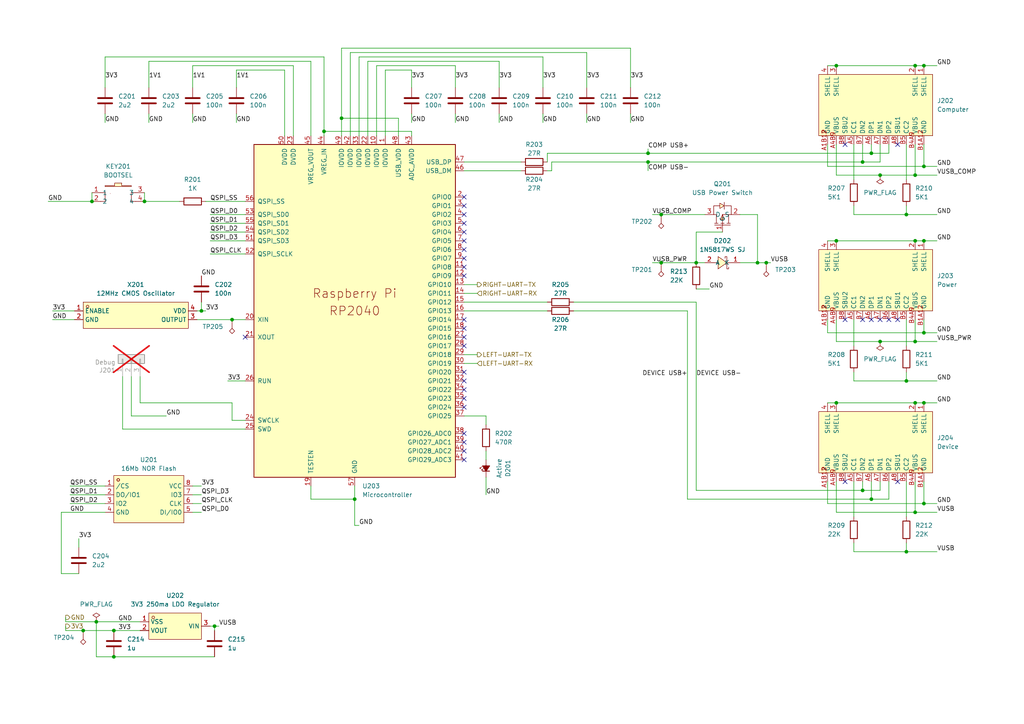
<source format=kicad_sch>
(kicad_sch (version 20230121) (generator eeschema)
  (paper "A4")
  (title_block (title "DeskHop-C - Fast K/M Switching Device (JLCPCB build)") (date "2024-03-22") (rev "v1-jlcpcb") (company "Hrvoje Čavrak and Kevin P. Fleming") (comment 1 "License: GPL-3.0-only"))
  (lib_symbols
    (symbol "Connector:TestPoint_Alt" (pin_numbers hide) (pin_names (offset 0.762) hide)
      (property "Reference" "TP" (at 0 6.858 0))
      (property "Value" "TestPoint_Alt" (at 0 5.08 0))
      (symbol "TestPoint_Alt_0_1"
        (polyline (pts (xy 0 2.54) (xy -0.762 3.302) (xy 0 4.064) (xy 0.762 3.302) (xy 0 2.54)))
      )
      (symbol "TestPoint_Alt_1_1"
        (pin passive line (at 0 0 90) (length 2.54) (name "1") (number "1"))
      )
    )
    (symbol "Connector_Generic:Conn_01x03" (pin_names (offset 1.016) hide)
      (property "Reference" "J" (at 0 5.08 0))
      (property "Value" "Conn_01x03" (at 0 -5.08 0))
      (symbol "Conn_01x03_1_1"
        (rectangle (start -1.27 -2.413) (end 0 -2.667) (stroke (width 0.1524)))
        (rectangle (start -1.27 0.127) (end 0 -0.127) (stroke (width 0.1524)))
        (rectangle (start -1.27 2.667) (end 0 2.413) (stroke (width 0.1524)))
        (rectangle (start -1.27 3.81) (end 1.27 -3.81) (stroke (width 0.254)) (fill (type background)))
        (pin passive line (at -5.08 2.54 0) (length 3.81) (name "Pin_1") (number "1"))
        (pin passive line (at -5.08 0 0) (length 3.81) (name "Pin_2") (number "2"))
        (pin passive line (at -5.08 -2.54 0) (length 3.81) (name "Pin_3") (number "3"))
      )
    )
    (symbol "Device:C" (pin_numbers hide) (pin_names (offset 0.254))
      (property "Reference" "C" (at 0.635 2.54 0))
      (property "Value" "C" (at 0.635 -2.54 0))
      (symbol "C_0_1"
        (polyline (pts (xy -2.032 -0.762) (xy 2.032 -0.762)) (stroke (width 0.508)))
        (polyline (pts (xy -2.032 0.762) (xy 2.032 0.762)) (stroke (width 0.508)))
      )
      (symbol "C_1_1"
        (pin passive line (at 0 3.81 270) (length 2.794) (name "~") (number "1"))
        (pin passive line (at 0 -3.81 90) (length 2.794) (name "~") (number "2"))
      )
    )
    (symbol "Device:LED_Small_Filled" (pin_numbers hide) (pin_names (offset 0.254) hide)
      (property "Reference" "D" (at -1.27 3.175 0))
      (property "Value" "LED_Small_Filled" (at -4.445 -2.54 0))
      (symbol "LED_Small_Filled_0_1"
        (polyline (pts (xy -0.762 -1.016) (xy -0.762 1.016)) (stroke (width 0.254)))
        (polyline (pts (xy 1.016 0) (xy -0.762 0)))
        (polyline (pts (xy 0.762 -1.016) (xy -0.762 0) (xy 0.762 1.016) (xy 0.762 -1.016)) (stroke (width 0.254)) (fill (type outline)))
        (polyline (pts (xy 0 0.762) (xy -0.508 1.27) (xy -0.254 1.27) (xy -0.508 1.27) (xy -0.508 1.016)))
        (polyline (pts (xy 0.508 1.27) (xy 0 1.778) (xy 0.254 1.778) (xy 0 1.778) (xy 0 1.524)))
      )
      (symbol "LED_Small_Filled_1_1"
        (pin passive line (at -2.54 0 0) (length 1.778) (name "K") (number "1"))
        (pin passive line (at 2.54 0 180) (length 1.778) (name "A") (number "2"))
      )
    )
    (symbol "Device:R" (pin_numbers hide) (pin_names (offset 0))
      (property "Reference" "R" (at 2.032 0 90))
      (property "Value" "R" (at 0 0 90))
      (symbol "R_0_1"
        (rectangle (start -1.016 -2.54) (end 1.016 2.54) (stroke (width 0.254)))
      )
      (symbol "R_1_1"
        (pin passive line (at 0 3.81 270) (length 1.27) (name "~") (number "1"))
        (pin passive line (at 0 -3.81 90) (length 1.27) (name "~") (number "2"))
      )
    )
    (symbol "LCSC_C2828424:1N5817WSSJ"
      (property "Reference" "D" (at 0 5.08 0))
      (property "Value" "1N5817WS SJ" (at 0 -5.08 0))
      (symbol "1N5817WSSJ_0_1"
        (polyline (pts (xy -1.27 0) (xy -2.54 0)))
        (polyline (pts (xy 2.54 0) (xy 1.27 0)))
        (polyline (pts (xy 1.27 1.78) (xy -1.27 0) (xy 1.27 -1.78) (xy 1.27 1.78)) (fill (type background)))
        (polyline (pts (xy -1.78 1.27) (xy -1.78 1.78) (xy -1.27 1.78) (xy -1.27 -1.78) (xy -0.76 -1.78) (xy -0.76 -1.27)))
      )
      (symbol "1N5817WSSJ_1_1"
        (pin passive line (at -5.08 0 0) (length 2.54) (name "K") (number "1"))
        (pin passive line (at 5.08 0 180) (length 2.54) (name "A") (number "2"))
      )
    )
    (symbol "LCSC_C2940629:DMG2305UX"
      (property "Reference" "Q" (at 0 10.16 0))
      (property "Value" "DMG2305UX" (at 0 -10.16 0))
      (symbol "DMG2305UX_0_1"
        (polyline (pts (xy -3.05 2.29) (xy -3.05 -2.29)))
        (polyline (pts (xy -2.54 -2.29) (xy -2.54 -1.27)))
        (polyline (pts (xy -2.54 -0.51) (xy -2.54 0.51)))
        (polyline (pts (xy -2.54 2.29) (xy -2.54 1.27)))
        (polyline (pts (xy 0 -1.78) (xy -2.54 -1.78)))
        (polyline (pts (xy 0 0) (xy -1.52 0.51) (xy -1.52 -0.51) (xy 0 0)) (fill (type background)))
        (polyline (pts (xy 1.52 -0.51) (xy 2.03 -0.51) (xy 3.05 -0.51) (xy 3.56 -0.51)))
        (polyline (pts (xy 2.54 -0.51) (xy 3.3 0.76) (xy 1.78 0.76) (xy 2.54 -0.51)) (fill (type background)))
        (polyline (pts (xy -2.54 0) (xy 0 0) (xy 0 -2.54) (xy 2.54 -2.54) (xy 2.54 -0.76)))
        (polyline (pts (xy -2.54 1.78) (xy 0 1.78) (xy 0 2.54) (xy 2.54 2.54) (xy 2.54 0.76)))
      )
      (symbol "DMG2305UX_1_1"
        (pin input line (at -5.08 0 0) (length 2.54) (name "G") (number "1"))
        (pin power_out line (at 0 -5.08 90) (length 2.54) (name "S") (number "2"))
        (pin power_in line (at 0 5.08 270) (length 2.54) (name "D") (number "3"))
      )
    )
    (symbol "LCSC_C2988369:GT-USB-7010ASV"
      (property "Reference" "U" (at 0 20.32 0))
      (property "Value" "GT-USB-7010ASV" (at 0 -17.78 0))
      (symbol "GT-USB-7010ASV_0_1"
        (rectangle (start -10.16 17.78) (end 7.62 -15.24) (fill (type background)))
        (circle (center -8.89 16.51) (radius 0.38))
      )
      (symbol "GT-USB-7010ASV_1_1"
        (pin passive line (at 10.16 -12.7 180) (length 2.54) (name "SHELL") (number "1"))
        (pin passive line (at 10.16 -10.16 180) (length 2.54) (name "SHELL") (number "2"))
        (pin passive line (at 10.16 12.7 180) (length 2.54) (name "SHELL") (number "3"))
        (pin passive line (at 10.16 15.24 180) (length 2.54) (name "SHELL") (number "4"))
        (pin passive line (at -12.7 15.24 0) (length 2.54) (name "GND") (number "A1B12"))
        (pin passive line (at -12.7 12.7 0) (length 2.54) (name "VBUS") (number "A4B9"))
        (pin bidirectional line (at -12.7 7.62 0) (length 2.54) (name "CC1") (number "A5"))
        (pin bidirectional line (at -12.7 2.54 0) (length 2.54) (name "DP1") (number "A6"))
        (pin bidirectional line (at -12.7 0 0) (length 2.54) (name "DN1") (number "A7"))
        (pin bidirectional line (at -12.7 -5.08 0) (length 2.54) (name "SBU1") (number "A8"))
        (pin passive line (at -12.7 -12.7 0) (length 2.54) (name "GND") (number "B1A12"))
        (pin passive line (at -12.7 -10.16 0) (length 2.54) (name "VBUS") (number "B4A9"))
        (pin bidirectional line (at -12.7 -7.62 0) (length 2.54) (name "CC2") (number "B5"))
        (pin bidirectional line (at -12.7 -2.54 0) (length 2.54) (name "DP2") (number "B6"))
        (pin bidirectional line (at -12.7 5.08 0) (length 2.54) (name "DN2") (number "B7"))
        (pin bidirectional line (at -12.7 10.16 0) (length 2.54) (name "SBU2") (number "B8"))
      )
    )
    (symbol "LCSC_C347376:XC6206P332MR_C347376"
      (property "Reference" "U" (at 0 6.35 0))
      (property "Value" "XC6206P332MR_C347376" (at 0 -6.35 0))
      (symbol "XC6206P332MR_C347376_0_1"
        (rectangle (start -7.62 3.81) (end 7.62 -3.81) (fill (type background)))
        (circle (center -6.35 2.54) (radius 0.38))
      )
      (symbol "XC6206P332MR_C347376_1_1"
        (pin power_in line (at -10.16 1.27 0) (length 2.54) (name "VSS") (number "1"))
        (pin power_out line (at -10.16 -1.27 0) (length 2.54) (name "VOUT") (number "2"))
        (pin power_in line (at 10.16 0 180) (length 2.54) (name "VIN") (number "3"))
      )
    )
    (symbol "LCSC_C387348:S3D12.000000B20F30T"
      (property "Reference" "X" (at 0 5.08 0))
      (property "Value" "S3D12.000000B20F30T" (at 0 -7.62 0))
      (symbol "S3D12.000000B20F30T_0_1"
        (rectangle (start -15.24 2.54) (end 15.24 -5.08) (fill (type background)))
        (circle (center -13.97 1.27) (radius 0.38))
      )
      (symbol "S3D12.000000B20F30T_1_1"
        (pin input line (at -17.78 0 0) (length 2.54) (name "ENABLE") (number "1"))
        (pin power_in line (at -17.78 -2.54 0) (length 2.54) (name "GND") (number "2"))
        (pin output line (at 17.78 -2.54 180) (length 2.54) (name "OUTPUT") (number "3"))
        (pin power_in line (at 17.78 0 180) (length 2.54) (name "VDD") (number "4"))
      )
    )
    (symbol "LCSC_C82317:W25Q16JVSSIQ"
      (property "Reference" "U" (at 0 8.89 0))
      (property "Value" "W25Q16JVSSIQ" (at 0 -8.89 0))
      (symbol "W25Q16JVSSIQ_0_1"
        (rectangle (start -10.16 6.86) (end 10.16 -6.86) (fill (type background)))
        (circle (center -8.89 5.59) (radius 0.38))
        (circle (center -8.89 5.59) (radius 0.38))
      )
      (symbol "W25Q16JVSSIQ_1_1"
        (pin input line (at -12.7 3.81 0) (length 2.54) (name "/CS") (number "1"))
        (pin bidirectional line (at -12.7 1.27 0) (length 2.54) (name "DO/IO1") (number "2"))
        (pin bidirectional line (at -12.7 -1.27 0) (length 2.54) (name "IO2") (number "3"))
        (pin power_in line (at -12.7 -3.81 0) (length 2.54) (name "GND") (number "4"))
        (pin bidirectional line (at 12.7 -3.81 180) (length 2.54) (name "DI/IO0") (number "5"))
        (pin input line (at 12.7 -1.27 180) (length 2.54) (name "CLK") (number "6"))
        (pin bidirectional line (at 12.7 1.27 180) (length 2.54) (name "IO3") (number "7"))
        (pin power_in line (at 12.7 3.81 180) (length 2.54) (name "VCC") (number "8"))
      )
    )
    (symbol "LCSC_C86487:4-1437565-2"
      (property "Reference" "KEY" (at 0 5.08 0))
      (property "Value" "4-1437565-2" (at 0 -7.62 0))
      (symbol "4-1437565-2_0_1"
        (arc (start -2.29 -0.25) (mid -2.29 -0.25) (end -2.29 -0.25))
        (arc (start -2.29 2.79) (mid -2.29 2.87) (end -2.29 2.8))
        (polyline (pts (xy -5.08 -2.54) (xy -4.06 -2.54)))
        (polyline (pts (xy -5.08 0) (xy -4.06 0)))
        (polyline (pts (xy -3.81 0.25) (xy -3.81 -2.79)))
        (polyline (pts (xy 3.81 -2.79) (xy 3.81 0.25)))
        (polyline (pts (xy 5.08 -2.54) (xy 4.06 -2.54)))
        (polyline (pts (xy 5.08 0) (xy 4.06 0)))
        (polyline (pts (xy -3.81 2.03) (xy -3.81 1.78) (xy 3.81 1.78) (xy 3.81 2.03) (xy 1.02 2.03) (xy 1.02 2.79) (xy -1.02 2.79) (xy -1.02 2.03) (xy -3.81 2.03)) (fill (type background)))
        (arc (start 3.81 -0.25) (mid 3.81 -0.25) (end 3.81 -0.25))
        (arc (start 3.81 2.8) (mid 3.81 2.795) (end 3.81 2.79))
      )
      (symbol "4-1437565-2_1_1"
        (pin passive line (at -7.62 0 0) (length 2.54) (name "1") (number "1"))
        (pin passive line (at -7.62 -2.54 0) (length 2.54) (name "2") (number "2"))
        (pin passive line (at 7.62 0 180) (length 2.54) (name "3") (number "3"))
        (pin passive line (at 7.62 -2.54 180) (length 2.54) (name "4") (number "4"))
      )
    )
    (symbol "MCU_RaspberryPi_RP2040:RP2040" (pin_names (offset 1.016))
      (property "Reference" "U" (at -29.21 49.53 0))
      (property "Value" "RP2040" (at 24.13 -49.53 0))
      (symbol "RP2040_0_0"
        (text "Raspberry Pi" (at 0 5.08 0) (effects (font (size 2.54 2.54))))
        (text "RP2040" (at 0 0 0) (effects (font (size 2.54 2.54))))
      )
      (symbol "RP2040_0_1"
        (rectangle (start 29.21 48.26) (end -29.21 -48.26) (stroke (width 0.254)) (fill (type background)))
      )
      (symbol "RP2040_1_1"
        (pin power_in line (at 8.89 50.8 270) (length 2.54) (name "IOVDD") (number "1"))
        (pin power_in line (at 6.35 50.8 270) (length 2.54) (name "IOVDD") (number "10"))
        (pin bidirectional line (at 31.75 12.7 180) (length 2.54) (name "GPIO8") (number "11"))
        (pin bidirectional line (at 31.75 10.16 180) (length 2.54) (name "GPIO9") (number "12"))
        (pin bidirectional line (at 31.75 7.62 180) (length 2.54) (name "GPIO10") (number "13"))
        (pin bidirectional line (at 31.75 5.08 180) (length 2.54) (name "GPIO11") (number "14"))
        (pin bidirectional line (at 31.75 2.54 180) (length 2.54) (name "GPIO12") (number "15"))
        (pin bidirectional line (at 31.75 0 180) (length 2.54) (name "GPIO13") (number "16"))
        (pin bidirectional line (at 31.75 -2.54 180) (length 2.54) (name "GPIO14") (number "17"))
        (pin bidirectional line (at 31.75 -5.08 180) (length 2.54) (name "GPIO15") (number "18"))
        (pin passive line (at -12.7 -50.8 90) (length 2.54) (name "TESTEN") (number "19"))
        (pin bidirectional line (at 31.75 33.02 180) (length 2.54) (name "GPIO0") (number "2"))
        (pin input line (at -31.75 -2.54 0) (length 2.54) (name "XIN") (number "20"))
        (pin passive line (at -31.75 -7.62 0) (length 2.54) (name "XOUT") (number "21"))
        (pin power_in line (at 3.81 50.8 270) (length 2.54) (name "IOVDD") (number "22"))
        (pin power_in line (at -17.78 50.8 270) (length 2.54) (name "DVDD") (number "23"))
        (pin output line (at -31.75 -31.75 0) (length 2.54) (name "SWCLK") (number "24"))
        (pin bidirectional line (at -31.75 -34.29 0) (length 2.54) (name "SWD") (number "25"))
        (pin input line (at -31.75 -20.32 0) (length 2.54) (name "RUN") (number "26"))
        (pin bidirectional line (at 31.75 -7.62 180) (length 2.54) (name "GPIO16") (number "27"))
        (pin bidirectional line (at 31.75 -10.16 180) (length 2.54) (name "GPIO17") (number "28"))
        (pin bidirectional line (at 31.75 -12.7 180) (length 2.54) (name "GPIO18") (number "29"))
        (pin bidirectional line (at 31.75 30.48 180) (length 2.54) (name "GPIO1") (number "3"))
        (pin bidirectional line (at 31.75 -15.24 180) (length 2.54) (name "GPIO19") (number "30"))
        (pin bidirectional line (at 31.75 -17.78 180) (length 2.54) (name "GPIO20") (number "31"))
        (pin bidirectional line (at 31.75 -20.32 180) (length 2.54) (name "GPIO21") (number "32"))
        (pin power_in line (at 1.27 50.8 270) (length 2.54) (name "IOVDD") (number "33"))
        (pin bidirectional line (at 31.75 -22.86 180) (length 2.54) (name "GPIO22") (number "34"))
        (pin bidirectional line (at 31.75 -25.4 180) (length 2.54) (name "GPIO23") (number "35"))
        (pin bidirectional line (at 31.75 -27.94 180) (length 2.54) (name "GPIO24") (number "36"))
        (pin bidirectional line (at 31.75 -30.48 180) (length 2.54) (name "GPIO25") (number "37"))
        (pin bidirectional line (at 31.75 -35.56 180) (length 2.54) (name "GPIO26_ADC0") (number "38"))
        (pin bidirectional line (at 31.75 -38.1 180) (length 2.54) (name "GPIO27_ADC1") (number "39"))
        (pin bidirectional line (at 31.75 27.94 180) (length 2.54) (name "GPIO2") (number "4"))
        (pin bidirectional line (at 31.75 -40.64 180) (length 2.54) (name "GPIO28_ADC2") (number "40"))
        (pin bidirectional line (at 31.75 -43.18 180) (length 2.54) (name "GPIO29_ADC3") (number "41"))
        (pin power_in line (at -1.27 50.8 270) (length 2.54) (name "IOVDD") (number "42"))
        (pin power_in line (at 16.51 50.8 270) (length 2.54) (name "ADC_AVDD") (number "43"))
        (pin power_in line (at -8.89 50.8 270) (length 2.54) (name "VREG_IN") (number "44"))
        (pin power_out line (at -12.7 50.8 270) (length 2.54) (name "VREG_VOUT") (number "45"))
        (pin bidirectional line (at 31.75 40.64 180) (length 2.54) (name "USB_DM") (number "46"))
        (pin bidirectional line (at 31.75 43.18 180) (length 2.54) (name "USB_DP") (number "47"))
        (pin power_in line (at 12.7 50.8 270) (length 2.54) (name "USB_VDD") (number "48"))
        (pin power_in line (at -3.81 50.8 270) (length 2.54) (name "IOVDD") (number "49"))
        (pin bidirectional line (at 31.75 25.4 180) (length 2.54) (name "GPIO3") (number "5"))
        (pin power_in line (at -20.32 50.8 270) (length 2.54) (name "DVDD") (number "50"))
        (pin bidirectional line (at -31.75 20.32 0) (length 2.54) (name "QSPI_SD3") (number "51"))
        (pin output line (at -31.75 16.51 0) (length 2.54) (name "QSPI_SCLK") (number "52"))
        (pin bidirectional line (at -31.75 27.94 0) (length 2.54) (name "QSPI_SD0") (number "53"))
        (pin bidirectional line (at -31.75 22.86 0) (length 2.54) (name "QSPI_SD2") (number "54"))
        (pin bidirectional line (at -31.75 25.4 0) (length 2.54) (name "QSPI_SD1") (number "55"))
        (pin bidirectional line (at -31.75 31.75 0) (length 2.54) (name "QSPI_SS") (number "56"))
        (pin power_in line (at 0 -50.8 90) (length 2.54) (name "GND") (number "57"))
        (pin bidirectional line (at 31.75 22.86 180) (length 2.54) (name "GPIO4") (number "6"))
        (pin bidirectional line (at 31.75 20.32 180) (length 2.54) (name "GPIO5") (number "7"))
        (pin bidirectional line (at 31.75 17.78 180) (length 2.54) (name "GPIO6") (number "8"))
        (pin bidirectional line (at 31.75 15.24 180) (length 2.54) (name "GPIO7") (number "9"))
      )
    )
    (symbol "power:PWR_FLAG" (power) (pin_numbers hide) (pin_names (offset 0) hide)
      (property "Value" "PWR_FLAG" (at 0 3.81 0))
      (symbol "PWR_FLAG_0_0"
        (pin power_out line (at 0 0 90) (length 0) (name "pwr") (number "1"))
      )
      (symbol "PWR_FLAG_0_1"
        (polyline (pts (xy 0 0) (xy 0 1.27) (xy -1.016 1.905) (xy 0 2.54) (xy 1.016 1.905) (xy 0 1.27)))
      )
    )
  )
  (junction (at 265.43 19.05))
  (junction (at 24.13 182.88))
  (junction (at 267.97 48.26))
  (junction (at 219.71 76.2))
  (junction (at 102.87 144.78))
  (junction (at 267.97 19.05))
  (junction (at 187.96 44.45))
  (junction (at 265.43 69.85))
  (junction (at 265.43 99.06))
  (junction (at 262.89 62.23))
  (junction (at 252.73 144.78))
  (junction (at 242.57 19.05))
  (junction (at 26.67 58.42))
  (junction (at 265.43 50.8))
  (junction (at 267.97 146.05))
  (junction (at 93.98 38.1))
  (junction (at 41.91 58.42))
  (junction (at 33.02 182.88))
  (junction (at 62.23 181.61))
  (junction (at 267.97 96.52))
  (junction (at 187.96 46.99))
  (junction (at 255.27 50.8))
  (junction (at 262.89 160.02))
  (junction (at 33.02 190.5))
  (junction (at 242.57 69.85))
  (junction (at 255.27 99.06))
  (junction (at 267.97 69.85))
  (junction (at 250.19 142.24))
  (junction (at 262.89 110.49))
  (junction (at 27.94 180.34))
  (junction (at 58.42 90.17))
  (junction (at 201.93 76.2))
  (junction (at 191.77 76.2))
  (junction (at 191.77 62.23))
  (junction (at 67.31 92.71))
  (junction (at 242.57 116.84))
  (junction (at 250.19 46.99))
  (junction (at 252.73 44.45))
  (junction (at 265.43 148.59))
  (junction (at 222.25 76.2))
  (junction (at 265.43 116.84))
  (junction (at 99.06 34.29))
  (junction (at 267.97 116.84))
  (no_connect (at 255.27 92.71))
  (no_connect (at 134.62 118.11))
  (no_connect (at 134.62 64.77))
  (no_connect (at 134.62 72.39))
  (no_connect (at 250.19 92.71))
  (no_connect (at 134.62 95.25))
  (no_connect (at 134.62 62.23))
  (no_connect (at 260.35 92.71))
  (no_connect (at 134.62 130.81))
  (no_connect (at 134.62 100.33))
  (no_connect (at 134.62 113.03))
  (no_connect (at 245.11 92.71))
  (no_connect (at 134.62 128.27))
  (no_connect (at 252.73 92.71))
  (no_connect (at 134.62 74.93))
  (no_connect (at 134.62 57.15))
  (no_connect (at 134.62 69.85))
  (no_connect (at 134.62 59.69))
  (no_connect (at 134.62 97.79))
  (no_connect (at 71.12 97.79))
  (no_connect (at 134.62 80.01))
  (no_connect (at 134.62 110.49))
  (no_connect (at 134.62 77.47))
  (no_connect (at 134.62 115.57))
  (no_connect (at 260.35 139.7))
  (no_connect (at 257.81 92.71))
  (no_connect (at 134.62 125.73))
  (no_connect (at 134.62 133.35))
  (no_connect (at 245.11 139.7))
  (no_connect (at 134.62 107.95))
  (no_connect (at 245.11 41.91))
  (no_connect (at 134.62 92.71))
  (no_connect (at 260.35 41.91))
  (no_connect (at 134.62 67.31))
  (wire (pts (xy 43.18 33.02) (xy 43.18 35.56)))
  (wire (pts (xy 99.06 13.97) (xy 182.88 13.97)))
  (wire (pts (xy 252.73 44.45) (xy 257.81 44.45)))
  (wire (pts (xy 187.96 44.45) (xy 252.73 44.45)))
  (wire (pts (xy 262.89 110.49) (xy 271.78 110.49)))
  (wire (pts (xy 265.43 19.05) (xy 267.97 19.05)))
  (wire (pts (xy 134.62 46.99) (xy 151.13 46.99)))
  (wire (pts (xy 252.73 139.7) (xy 252.73 144.78)))
  (wire (pts (xy 30.48 16.51) (xy 30.48 25.4)))
  (wire (pts (xy 55.88 19.05) (xy 55.88 25.4)))
  (wire (pts (xy 267.97 116.84) (xy 271.78 116.84)))
  (wire (pts (xy 55.88 33.02) (xy 55.88 35.56)))
  (wire (pts (xy 85.09 39.37) (xy 85.09 19.05)))
  (wire (pts (xy 189.23 62.23) (xy 191.77 62.23)))
  (wire (pts (xy 58.42 90.17) (xy 59.69 90.17)))
  (wire (pts (xy 250.19 139.7) (xy 250.19 142.24)))
  (wire (pts (xy 67.31 121.92) (xy 71.12 121.92)))
  (wire (pts (xy 160.02 46.99) (xy 187.96 46.99)))
  (wire (pts (xy 17.78 166.37) (xy 22.86 166.37)))
  (wire (pts (xy 187.96 43.18) (xy 187.96 44.45)))
  (wire (pts (xy 267.97 19.05) (xy 271.78 19.05)))
  (wire (pts (xy 115.57 39.37) (xy 115.57 34.29)))
  (wire (pts (xy 99.06 34.29) (xy 99.06 13.97)))
  (wire (pts (xy 262.89 62.23) (xy 271.78 62.23)))
  (wire (pts (xy 93.98 16.51) (xy 30.48 16.51)))
  (wire (pts (xy 19.05 182.88) (xy 24.13 182.88)))
  (wire (pts (xy 93.98 39.37) (xy 93.98 38.1)))
  (wire (pts (xy 267.97 146.05) (xy 271.78 146.05)))
  (wire (pts (xy 90.17 140.97) (xy 90.17 144.78)))
  (wire (pts (xy 93.98 38.1) (xy 93.98 16.51)))
  (wire (pts (xy 247.65 160.02) (xy 262.89 160.02)))
  (wire (pts (xy 242.57 19.05) (xy 265.43 19.05)))
  (wire (pts (xy 201.93 142.24) (xy 250.19 142.24)))
  (wire (pts (xy 170.18 15.24) (xy 170.18 25.4)))
  (wire (pts (xy 267.97 41.91) (xy 267.97 48.26)))
  (wire (pts (xy 267.97 92.71) (xy 267.97 96.52)))
  (wire (pts (xy 38.1 109.22) (xy 38.1 120.65)))
  (wire (pts (xy 109.22 39.37) (xy 109.22 19.05)))
  (wire (pts (xy 66.04 110.49) (xy 71.12 110.49)))
  (wire (pts (xy 24.13 182.88) (xy 33.02 182.88)))
  (wire (pts (xy 60.96 67.31) (xy 71.12 67.31)))
  (wire (pts (xy 182.88 13.97) (xy 182.88 25.4)))
  (wire (pts (xy 58.42 87.63) (xy 58.42 90.17)))
  (wire (pts (xy 250.19 142.24) (xy 255.27 142.24)))
  (wire (pts (xy 247.65 59.69) (xy 247.65 62.23)))
  (wire (pts (xy 240.03 41.91) (xy 240.03 48.26)))
  (wire (pts (xy 255.27 139.7) (xy 255.27 142.24)))
  (wire (pts (xy 219.71 62.23) (xy 219.71 76.2)))
  (wire (pts (xy 257.81 139.7) (xy 257.81 144.78)))
  (wire (pts (xy 38.1 120.65) (xy 48.26 120.65)))
  (wire (pts (xy 134.62 49.53) (xy 151.13 49.53)))
  (wire (pts (xy 132.08 19.05) (xy 132.08 25.4)))
  (wire (pts (xy 134.62 120.65) (xy 140.97 120.65)))
  (wire (pts (xy 15.24 90.17) (xy 21.59 90.17)))
  (wire (pts (xy 134.62 87.63) (xy 158.75 87.63)))
  (wire (pts (xy 265.43 139.7) (xy 265.43 148.59)))
  (wire (pts (xy 252.73 41.91) (xy 252.73 44.45)))
  (wire (pts (xy 55.88 146.05) (xy 58.42 146.05)))
  (wire (pts (xy 111.76 20.32) (xy 119.38 20.32)))
  (wire (pts (xy 60.96 69.85) (xy 71.12 69.85)))
  (wire (pts (xy 191.77 62.23) (xy 204.47 62.23)))
  (wire (pts (xy 247.65 157.48) (xy 247.65 160.02)))
  (wire (pts (xy 101.6 39.37) (xy 101.6 15.24)))
  (wire (pts (xy 111.76 39.37) (xy 111.76 20.32)))
  (wire (pts (xy 19.05 180.34) (xy 27.94 180.34)))
  (wire (pts (xy 187.96 46.99) (xy 187.96 49.53)))
  (wire (pts (xy 41.91 58.42) (xy 52.07 58.42)))
  (wire (pts (xy 262.89 139.7) (xy 262.89 149.86)))
  (wire (pts (xy 265.43 92.71) (xy 265.43 99.06)))
  (wire (pts (xy 30.48 33.02) (xy 30.48 35.56)))
  (wire (pts (xy 60.96 73.66) (xy 71.12 73.66)))
  (wire (pts (xy 201.93 76.2) (xy 204.47 76.2)))
  (wire (pts (xy 119.38 20.32) (xy 119.38 25.4)))
  (wire (pts (xy 201.93 83.82) (xy 205.74 83.82)))
  (wire (pts (xy 240.03 139.7) (xy 240.03 146.05)))
  (wire (pts (xy 240.03 146.05) (xy 267.97 146.05)))
  (wire (pts (xy 247.65 110.49) (xy 262.89 110.49)))
  (wire (pts (xy 119.38 39.37) (xy 119.38 38.1)))
  (wire (pts (xy 13.97 58.42) (xy 26.67 58.42)))
  (wire (pts (xy 35.56 124.46) (xy 71.12 124.46)))
  (wire (pts (xy 17.78 166.37) (xy 17.78 148.59)))
  (wire (pts (xy 102.87 140.97) (xy 102.87 144.78)))
  (wire (pts (xy 242.57 139.7) (xy 242.57 148.59)))
  (wire (pts (xy 104.14 16.51) (xy 157.48 16.51)))
  (wire (pts (xy 240.03 96.52) (xy 267.97 96.52)))
  (wire (pts (xy 67.31 92.71) (xy 71.12 92.71)))
  (wire (pts (xy 106.68 17.78) (xy 144.78 17.78)))
  (wire (pts (xy 160.02 46.99) (xy 160.02 49.53)))
  (wire (pts (xy 60.96 181.61) (xy 62.23 181.61)))
  (wire (pts (xy 134.62 82.55) (xy 138.43 82.55)))
  (wire (pts (xy 247.65 139.7) (xy 247.65 149.86)))
  (wire (pts (xy 101.6 15.24) (xy 170.18 15.24)))
  (wire (pts (xy 262.89 92.71) (xy 262.89 100.33)))
  (wire (pts (xy 144.78 17.78) (xy 144.78 25.4)))
  (wire (pts (xy 82.55 39.37) (xy 82.55 20.32)))
  (wire (pts (xy 134.62 90.17) (xy 158.75 90.17)))
  (wire (pts (xy 267.97 96.52) (xy 271.78 96.52)))
  (wire (pts (xy 201.93 87.63) (xy 201.93 142.24)))
  (wire (pts (xy 255.27 99.06) (xy 265.43 99.06)))
  (wire (pts (xy 247.65 41.91) (xy 247.65 52.07)))
  (wire (pts (xy 267.97 139.7) (xy 267.97 146.05)))
  (wire (pts (xy 104.14 39.37) (xy 104.14 16.51)))
  (wire (pts (xy 132.08 33.02) (xy 132.08 35.56)))
  (wire (pts (xy 57.15 92.71) (xy 67.31 92.71)))
  (wire (pts (xy 262.89 160.02) (xy 271.78 160.02)))
  (wire (pts (xy 262.89 107.95) (xy 262.89 110.49)))
  (wire (pts (xy 214.63 62.23) (xy 219.71 62.23)))
  (wire (pts (xy 265.43 41.91) (xy 265.43 50.8)))
  (wire (pts (xy 102.87 144.78) (xy 102.87 152.4)))
  (wire (pts (xy 242.57 99.06) (xy 255.27 99.06)))
  (wire (pts (xy 247.65 92.71) (xy 247.65 100.33)))
  (wire (pts (xy 187.96 46.99) (xy 250.19 46.99)))
  (wire (pts (xy 199.39 144.78) (xy 252.73 144.78)))
  (wire (pts (xy 17.78 148.59) (xy 30.48 148.59)))
  (wire (pts (xy 62.23 181.61) (xy 63.5 181.61)))
  (wire (pts (xy 19.05 180.34) (xy 19.05 179.07)))
  (wire (pts (xy 160.02 49.53) (xy 158.75 49.53)))
  (wire (pts (xy 214.63 76.2) (xy 219.71 76.2)))
  (wire (pts (xy 55.88 143.51) (xy 58.42 143.51)))
  (wire (pts (xy 68.58 20.32) (xy 68.58 25.4)))
  (wire (pts (xy 222.25 76.2) (xy 223.52 76.2)))
  (wire (pts (xy 170.18 33.02) (xy 170.18 35.56)))
  (wire (pts (xy 265.43 50.8) (xy 271.78 50.8)))
  (wire (pts (xy 59.69 58.42) (xy 71.12 58.42)))
  (wire (pts (xy 242.57 116.84) (xy 265.43 116.84)))
  (wire (pts (xy 134.62 105.41) (xy 138.43 105.41)))
  (wire (pts (xy 68.58 33.02) (xy 68.58 35.56)))
  (wire (pts (xy 102.87 152.4) (xy 104.14 152.4)))
  (wire (pts (xy 15.24 92.71) (xy 21.59 92.71)))
  (wire (pts (xy 267.97 69.85) (xy 271.78 69.85)))
  (wire (pts (xy 134.62 85.09) (xy 138.43 85.09)))
  (wire (pts (xy 240.03 92.71) (xy 240.03 96.52)))
  (wire (pts (xy 166.37 87.63) (xy 201.93 87.63)))
  (wire (pts (xy 219.71 76.2) (xy 222.25 76.2)))
  (wire (pts (xy 27.94 180.34) (xy 27.94 190.5)))
  (wire (pts (xy 265.43 69.85) (xy 267.97 69.85)))
  (wire (pts (xy 265.43 99.06) (xy 271.78 99.06)))
  (wire (pts (xy 99.06 39.37) (xy 99.06 34.29)))
  (wire (pts (xy 242.57 148.59) (xy 265.43 148.59)))
  (wire (pts (xy 109.22 19.05) (xy 132.08 19.05)))
  (wire (pts (xy 85.09 19.05) (xy 55.88 19.05)))
  (wire (pts (xy 115.57 34.29) (xy 99.06 34.29)))
  (wire (pts (xy 157.48 16.51) (xy 157.48 25.4)))
  (wire (pts (xy 40.64 109.22) (xy 40.64 116.84)))
  (wire (pts (xy 26.67 55.88) (xy 26.67 58.42)))
  (wire (pts (xy 55.88 140.97) (xy 58.42 140.97)))
  (wire (pts (xy 166.37 90.17) (xy 199.39 90.17)))
  (wire (pts (xy 267.97 48.26) (xy 271.78 48.26)))
  (wire (pts (xy 262.89 157.48) (xy 262.89 160.02)))
  (wire (pts (xy 201.93 76.2) (xy 201.93 67.31)))
  (wire (pts (xy 265.43 148.59) (xy 271.78 148.59)))
  (wire (pts (xy 250.19 46.99) (xy 255.27 46.99)))
  (wire (pts (xy 191.77 76.2) (xy 201.93 76.2)))
  (wire (pts (xy 68.58 20.32) (xy 82.55 20.32)))
  (wire (pts (xy 242.57 41.91) (xy 242.57 50.8)))
  (wire (pts (xy 262.89 41.91) (xy 262.89 52.07)))
  (wire (pts (xy 20.32 143.51) (xy 30.48 143.51)))
  (wire (pts (xy 33.02 190.5) (xy 62.23 190.5)))
  (wire (pts (xy 40.64 116.84) (xy 67.31 116.84)))
  (wire (pts (xy 27.94 190.5) (xy 33.02 190.5)))
  (wire (pts (xy 255.27 50.8) (xy 265.43 50.8)))
  (wire (pts (xy 247.65 107.95) (xy 247.65 110.49)))
  (wire (pts (xy 201.93 67.31) (xy 209.55 67.31)))
  (wire (pts (xy 189.23 76.2) (xy 191.77 76.2)))
  (wire (pts (xy 20.32 146.05) (xy 30.48 146.05)))
  (wire (pts (xy 182.88 33.02) (xy 182.88 35.56)))
  (wire (pts (xy 247.65 62.23) (xy 262.89 62.23)))
  (wire (pts (xy 240.03 48.26) (xy 267.97 48.26)))
  (wire (pts (xy 144.78 33.02) (xy 144.78 35.56)))
  (wire (pts (xy 67.31 116.84) (xy 67.31 121.92)))
  (wire (pts (xy 33.02 182.88) (xy 40.64 182.88)))
  (wire (pts (xy 199.39 90.17) (xy 199.39 144.78)))
  (wire (pts (xy 57.15 90.17) (xy 58.42 90.17)))
  (wire (pts (xy 62.23 182.88) (xy 62.23 181.61)))
  (wire (pts (xy 255.27 41.91) (xy 255.27 46.99)))
  (wire (pts (xy 262.89 59.69) (xy 262.89 62.23)))
  (wire (pts (xy 134.62 102.87) (xy 138.43 102.87)))
  (wire (pts (xy 41.91 55.88) (xy 41.91 58.42)))
  (wire (pts (xy 43.18 17.78) (xy 43.18 25.4)))
  (wire (pts (xy 265.43 116.84) (xy 267.97 116.84)))
  (wire (pts (xy 60.96 64.77) (xy 71.12 64.77)))
  (wire (pts (xy 106.68 39.37) (xy 106.68 17.78)))
  (wire (pts (xy 257.81 41.91) (xy 257.81 44.45)))
  (wire (pts (xy 240.03 116.84) (xy 242.57 116.84)))
  (wire (pts (xy 240.03 69.85) (xy 242.57 69.85)))
  (wire (pts (xy 19.05 182.88) (xy 19.05 181.61)))
  (wire (pts (xy 90.17 144.78) (xy 102.87 144.78)))
  (wire (pts (xy 140.97 130.81) (xy 140.97 133.35)))
  (wire (pts (xy 140.97 138.43) (xy 140.97 143.51)))
  (wire (pts (xy 158.75 44.45) (xy 158.75 46.99)))
  (wire (pts (xy 242.57 92.71) (xy 242.57 99.06)))
  (wire (pts (xy 158.75 44.45) (xy 187.96 44.45)))
  (wire (pts (xy 242.57 50.8) (xy 255.27 50.8)))
  (wire (pts (xy 157.48 33.02) (xy 157.48 35.56)))
  (wire (pts (xy 35.56 109.22) (xy 35.56 124.46)))
  (wire (pts (xy 20.32 140.97) (xy 30.48 140.97)))
  (wire (pts (xy 90.17 17.78) (xy 43.18 17.78)))
  (wire (pts (xy 60.96 62.23) (xy 71.12 62.23)))
  (wire (pts (xy 93.98 38.1) (xy 119.38 38.1)))
  (wire (pts (xy 140.97 120.65) (xy 140.97 123.19)))
  (wire (pts (xy 240.03 19.05) (xy 242.57 19.05)))
  (wire (pts (xy 250.19 41.91) (xy 250.19 46.99)))
  (wire (pts (xy 252.73 144.78) (xy 257.81 144.78)))
  (wire (pts (xy 242.57 69.85) (xy 265.43 69.85)))
  (wire (pts (xy 119.38 33.02) (xy 119.38 35.56)))
  (wire (pts (xy 27.94 180.34) (xy 40.64 180.34)))
  (wire (pts (xy 22.86 156.21) (xy 22.86 158.75)))
  (wire (pts (xy 90.17 39.37) (xy 90.17 17.78)))
  (wire (pts (xy 55.88 148.59) (xy 58.42 148.59)))
  (label "GND" (at 271.78 48.26 0))
  (label "3V3" (at 59.69 90.17 0))
  (label "GND" (at 13.97 58.42 0))
  (label "3V3" (at 132.08 22.86 0))
  (label "GND" (at 34.29 180.34 0))
  (label "GND" (at 157.48 35.56 0))
  (label "1V1" (at 68.58 22.86 0))
  (label "QSPI_D1" (at 60.96 64.77 0))
  (label "GND" (at 271.78 110.49 0))
  (label "1V1" (at 43.18 22.86 0))
  (label "GND" (at 20.32 148.59 0))
  (label "VUSB" (at 223.52 76.2 0))
  (label "GND" (at 271.78 69.85 0))
  (label "GND" (at 271.78 116.84 0))
  (label "3V3" (at 34.29 182.88 0))
  (label "3V3" (at 58.42 140.97 0))
  (label "QSPI_CLK" (at 58.42 146.05 0))
  (label "COMP USB+" (at 187.96 43.18 0))
  (label "VUSB_COMP" (at 189.23 62.23 0))
  (label "3V3" (at 157.48 22.86 0))
  (label "QSPI_D3" (at 60.96 69.85 0))
  (label "VUSB_COMP" (at 271.78 50.8 0))
  (label "GND" (at 15.24 92.71 0))
  (label "3V3" (at 22.86 156.21 0))
  (label "GND" (at 55.88 35.56 0))
  (label "GND" (at 48.26 120.65 0))
  (label "GND" (at 170.18 35.56 0))
  (label "VUSB" (at 271.78 148.59 0))
  (label "VUSB" (at 271.78 160.02 0))
  (label "3V3" (at 30.48 22.86 0))
  (label "3V3" (at 119.38 22.86 0))
  (label "GND" (at 68.58 35.56 0))
  (label "GND" (at 132.08 35.56 0))
  (label "GND" (at 30.48 35.56 0))
  (label "GND" (at 58.42 80.01 0))
  (label "1V1" (at 55.88 22.86 0))
  (label "GND" (at 119.38 35.56 0))
  (label "DEVICE USB+" (at 199.39 109.22 180))
  (label "GND" (at 182.88 35.56 0))
  (label "VUSB" (at 63.5 181.61 0))
  (label "COMP USB-" (at 187.96 49.53 0))
  (label "QSPI_D0" (at 58.42 148.59 0))
  (label "3V3" (at 182.88 22.86 0))
  (label "QSPI_D0" (at 60.96 62.23 0))
  (label "QSPI_SS" (at 20.32 140.97 0))
  (label "QSPI_SS" (at 60.96 58.42 0))
  (label "3V3" (at 170.18 22.86 0))
  (label "GND" (at 43.18 35.56 0))
  (label "DEVICE USB-" (at 201.93 109.22 0))
  (label "GND" (at 271.78 19.05 0))
  (label "QSPI_D2" (at 60.96 67.31 0))
  (label "3V3" (at 144.78 22.86 0))
  (label "QSPI_D3" (at 58.42 143.51 0))
  (label "GND" (at 271.78 146.05 0))
  (label "VUSB_PWR" (at 189.23 76.2 0))
  (label "GND" (at 104.14 152.4 0))
  (label "QSPI_D1" (at 20.32 143.51 0))
  (label "3V3" (at 15.24 90.17 0))
  (label "VUSB_PWR" (at 271.78 99.06 0))
  (label "QSPI_D2" (at 20.32 146.05 0))
  (label "GND" (at 144.78 35.56 0))
  (label "GND" (at 205.74 83.82 0))
  (label "GND" (at 140.97 143.51 0))
  (label "3V3" (at 66.04 110.49 0))
  (label "GND" (at 271.78 96.52 0))
  (label "QSPI_CLK" (at 60.96 73.66 0))
  (label "GND" (at 271.78 62.23 0))
  (hierarchical_label "RIGHT-UART-RX" (shape input) (at 138.43 85.09 0))
  (hierarchical_label "GND" (shape output) (at 19.05 179.07 0))
  (hierarchical_label "LEFT-UART-RX" (shape input) (at 138.43 105.41 0))
  (hierarchical_label "RIGHT-UART-TX" (shape output) (at 138.43 82.55 0))
  (hierarchical_label "3V3" (shape output) (at 19.05 181.61 0))
  (hierarchical_label "LEFT-UART-TX" (shape output) (at 138.43 102.87 0))
  (symbol (lib_id "Device:C") (at 144.78 29.21 180) (unit 1)
    (property "Reference" "C209" (at 148.59 27.94 0) (effects (justify right)))
    (property "Value" "100n" (at 148.59 30.48 0) (effects (justify right)))
    (property "Footprint" "Capacitor_SMD:C_0402_1005Metric" (effects hide))
    (property "LCSC" "C541405" (effects hide))
    (property "MPN" "CC0402KRX5R5BB104" (effects hide))
    (instances (project "DeskHop-C-JLCPCB" (path "" (reference "C209") (unit 1)) (path "" (reference "C309") (unit 1))))
  )
  (symbol (lib_id "Device:R") (at 201.93 80.01 0) (unit 1)
    (property "Reference" "R213" (at 194.31 78.74 0) (effects (justify left)))
    (property "Value" "22K" (at 194.31 81.28 0) (effects (justify left)))
    (property "Footprint" "Resistor_SMD:R_0402_1005Metric" (effects hide))
    (property "LCSC" "C144778" (effects hide))
    (property "MPN" "AC0402FR-0722KL" (effects hide))
    (instances (project "DeskHop-C-JLCPCB" (path "" (reference "R213") (unit 1)) (path "" (reference "R313") (unit 1))))
  )
  (symbol (lib_id "Connector:TestPoint_Alt") (at 222.25 76.2 180) (unit 1)
    (property "Reference" "TP203" (at 224.79 78.232 0) (effects (justify right)))
    (property "Value" "TestPoint_Alt" (effects hide))
    (property "Footprint" "TestPoint:TestPoint_Pad_1.0x1.0mm" (effects hide))
    (instances (project "DeskHop-C-JLCPCB" (path "" (reference "TP203") (unit 1)) (path "" (reference "TP303") (unit 1))))
  )
  (symbol (lib_id "Device:LED_Small_Filled") (at 140.97 135.89 90) (unit 1)
    (property "Reference" "D201" (at 147.32 135.8265 0))
    (property "Value" "Active" (at 144.78 135.8265 0))
    (property "Footprint" "LED_SMD:LED_0603_1608Metric" (effects hide))
    (property "LCSC" "C5875737" (effects hide))
    (property "MPN" "NCD0805B2APG1608CGKC/T" (effects hide))
    (instances (project "DeskHop-C-JLCPCB" (path "" (reference "D201") (unit 1)) (path "" (reference "D301") (unit 1))))
  )
  (symbol (lib_id "Device:R") (at 262.89 104.14 0) (unit 1)
    (property "Reference" "R211" (at 265.43 102.87 0) (effects (justify left)))
    (property "Value" "5K1" (at 265.43 105.41 0) (effects (justify left)))
    (property "Footprint" "Resistor_SMD:R_0402_1005Metric" (effects hide))
    (property "LCSC" "C144745" (effects hide))
    (property "MPN" "AC0402FR-075K1L" (effects hide))
    (instances (project "DeskHop-C-JLCPCB" (path "" (reference "R211") (unit 1)) (path "" (reference "R311") (unit 1))))
  )
  (symbol (lib_id "Device:C") (at 119.38 29.21 180) (unit 1)
    (property "Reference" "C207" (at 123.19 27.94 0) (effects (justify right)))
    (property "Value" "100n" (at 123.19 30.48 0) (effects (justify right)))
    (property "Footprint" "Capacitor_SMD:C_0402_1005Metric" (effects hide))
    (property "LCSC" "C541405" (effects hide))
    (property "MPN" "CC0402KRX5R5BB104" (effects hide))
    (instances (project "DeskHop-C-JLCPCB" (path "" (reference "C207") (unit 1)) (path "" (reference "C307") (unit 1))))
  )
  (symbol (lib_id "Device:R") (at 262.89 153.67 0) (unit 1)
    (property "Reference" "R212" (at 265.43 152.4 0) (effects (justify left)))
    (property "Value" "22K" (at 265.43 154.94 0) (effects (justify left)))
    (property "Footprint" "Resistor_SMD:R_0402_1005Metric" (effects hide))
    (property "LCSC" "C144778" (effects hide))
    (property "MPN" "AC0402FR-0722KL" (effects hide))
    (instances (project "DeskHop-C-JLCPCB" (path "" (reference "R212") (unit 1)) (path "" (reference "R312") (unit 1))))
  )
  (symbol (lib_id "Device:C") (at 132.08 29.21 180) (unit 1)
    (property "Reference" "C208" (at 135.89 27.94 0) (effects (justify right)))
    (property "Value" "100n" (at 135.89 30.48 0) (effects (justify right)))
    (property "Footprint" "Capacitor_SMD:C_0402_1005Metric" (effects hide))
    (property "LCSC" "C541405" (effects hide))
    (property "MPN" "CC0402KRX5R5BB104" (effects hide))
    (instances (project "DeskHop-C-JLCPCB" (path "" (reference "C208") (unit 1)) (path "" (reference "C308") (unit 1))))
  )
  (symbol (lib_id "LCSC_C86487:4-1437565-2") (at 34.29 55.88 0) (unit 1)
    (property "Reference" "KEY201" (at 34.29 48.26 0))
    (property "Value" "BOOTSEL" (at 34.29 50.8 0))
    (property "Footprint" "LCSC_C86487:KEY-SMD_4P-L6.0-W6.0-P4.50" (effects hide))
    (property "Datasheet" "https://lcsc.com/product-detail/Tactile-Switches_TE-Connectivity_4-1437565-2_6-6-5-0-25mm-Operational-force160gf_C86487.html" (effects hide))
    (property "LCSC" "C86487" (effects hide))
    (property "MPN" "4-1437565-2" (effects hide))
    (instances (project "DeskHop-C-JLCPCB" (path "" (reference "KEY201") (unit 1)) (path "" (reference "KEY301") (unit 1))))
  )
  (symbol (lib_id "Device:C") (at 58.42 83.82 180) (unit 1)
    (property "Reference" "C202" (at 62.23 82.55 0) (effects (justify right)))
    (property "Value" "100n" (at 62.23 85.09 0) (effects (justify right)))
    (property "Footprint" "Capacitor_SMD:C_0402_1005Metric" (effects hide))
    (property "LCSC" "C541405" (effects hide))
    (property "MPN" "CC0402KRX5R5BB104" (effects hide))
    (instances (project "DeskHop-C-JLCPCB" (path "" (reference "C202") (unit 1)) (path "" (reference "C302") (unit 1))))
  )
  (symbol (lib_id "Device:R") (at 162.56 87.63 270) (unit 1)
    (property "Reference" "R206" (at 162.56 92.71 90))
    (property "Value" "27R" (at 162.56 95.25 90))
    (property "Footprint" "Resistor_SMD:R_0402_1005Metric" (effects hide))
    (property "LCSC" "C138021" (effects hide))
    (property "MPN" "RC0402FR-0727RL" (effects hide))
    (instances (project "DeskHop-C-JLCPCB" (path "" (reference "R206") (unit 1)) (path "" (reference "R306") (unit 1))))
  )
  (symbol (lib_id "Connector:TestPoint_Alt") (at 67.31 92.71 0) (mirror x) (unit 1)
    (property "Reference" "TP205" (at 64.77 94.742 0) (effects (justify right)))
    (property "Value" "TestPoint_Alt" (effects hide))
    (property "Footprint" "TestPoint:TestPoint_Pad_1.0x1.0mm" (effects hide))
    (instances (project "DeskHop-C-JLCPCB" (path "" (reference "TP205") (unit 1)) (path "" (reference "TP305") (unit 1))))
  )
  (symbol (lib_id "MCU_RaspberryPi_RP2040:RP2040") (at 102.87 90.17 0) (unit 1)
    (property "Reference" "U203" (at 105.0641 140.97 0) (effects (justify left)))
    (property "Value" "Microcontroller" (at 105.0641 143.51 0) (effects (justify left)))
    (property "Footprint" "RP2040_minimal_r2:RP2040-QFN-56" (effects hide))
    (property "LCSC" "C2040" (effects hide))
    (property "MPN" "RP2040" (effects hide))
    (instances (project "DeskHop-C-JLCPCB" (path "" (reference "U203") (unit 1)) (path "" (reference "U303") (unit 1))))
  )
  (symbol (lib_id "Device:R") (at 247.65 153.67 0) (unit 1)
    (property "Reference" "R209" (at 240.03 152.4 0) (effects (justify left)))
    (property "Value" "22K" (at 240.03 154.94 0) (effects (justify left)))
    (property "Footprint" "Resistor_SMD:R_0402_1005Metric" (effects hide))
    (property "LCSC" "C144778" (effects hide))
    (property "MPN" "AC0402FR-0722KL" (effects hide))
    (instances (project "DeskHop-C-JLCPCB" (path "" (reference "R209") (unit 1)) (path "" (reference "R309") (unit 1))))
  )
  (symbol (lib_id "Device:C") (at 157.48 29.21 180) (unit 1)
    (property "Reference" "C210" (at 161.29 27.94 0) (effects (justify right)))
    (property "Value" "100n" (at 161.29 30.48 0) (effects (justify right)))
    (property "Footprint" "Capacitor_SMD:C_0402_1005Metric" (effects hide))
    (property "LCSC" "C541405" (effects hide))
    (property "MPN" "CC0402KRX5R5BB104" (effects hide))
    (instances (project "DeskHop-C-JLCPCB" (path "" (reference "C210") (unit 1)) (path "" (reference "C310") (unit 1))))
  )
  (symbol (lib_id "LCSC_C2988369:GT-USB-7010ASV") (at 255.27 127 90) (unit 1)
    (property "Reference" "J204" (at 271.78 127 90) (effects (justify right)))
    (property "Value" "Device" (at 271.78 129.54 90) (effects (justify right)))
    (property "Footprint" "LCSC_C2988369:USB-C-SMD_G-SWITCH_GT-USB-7010ASV" (effects hide))
    (property "Datasheet" "https://www.usb.org/sites/default/files/documents/usb_type-c.zip" (effects hide))
    (property "LCSC" "C2988369" (effects hide))
    (property "MPN" "GT-USB-7010ASV" (effects hide))
    (instances (project "DeskHop-C-JLCPCB" (path "" (reference "J204") (unit 1)) (path "" (reference "J304") (unit 1))))
  )
  (symbol (lib_id "Device:R") (at 154.94 49.53 270) (unit 1)
    (property "Reference" "R204" (at 154.94 52.07 90))
    (property "Value" "27R" (at 154.94 54.61 90))
    (property "Footprint" "Resistor_SMD:R_0402_1005Metric" (effects hide))
    (property "LCSC" "C138021" (effects hide))
    (property "MPN" "RC0402FR-0727RL" (effects hide))
    (instances (project "DeskHop-C-JLCPCB" (path "" (reference "R204") (unit 1)) (path "" (reference "R304") (unit 1))))
  )
  (symbol (lib_id "Device:C") (at 182.88 29.21 180) (unit 1)
    (property "Reference" "C212" (at 186.69 27.94 0) (effects (justify right)))
    (property "Value" "100n" (at 186.69 30.48 0) (effects (justify right)))
    (property "Footprint" "Capacitor_SMD:C_0402_1005Metric" (effects hide))
    (property "LCSC" "C541405" (effects hide))
    (property "MPN" "CC0402KRX5R5BB104" (effects hide))
    (instances (project "DeskHop-C-JLCPCB" (path "" (reference "C212") (unit 1)) (path "" (reference "C312") (unit 1))))
  )
  (symbol (lib_id "LCSC_C347376:XC6206P332MR_C347376") (at 50.8 181.61 0) (unit 1)
    (property "Reference" "U202" (at 50.8 172.72 0))
    (property "Value" "3V3 250ma LDO Regulator" (at 50.8 175.26 0))
    (property "Footprint" "LCSC_C347376:SOT-23-3_L3.0-W1.7-P0.95-LS2.9-BR" (effects hide))
    (property "Datasheet" "https://lcsc.com/product-detail/Others_Youtai-Semiconductor-Co-Ltd-XC6206P332MR_C347376.html" (effects hide))
    (property "LCSC" "C347376" (effects hide))
    (property "MPN" "XC6206P332MR" (effects hide))
    (instances (project "DeskHop-C-JLCPCB" (path "" (reference "U202") (unit 1)) (path "" (reference "U302") (unit 1))))
  )
  (symbol (lib_id "power:PWR_FLAG") (at 255.27 50.8 180) (unit 1)
    (property "Reference" "#FLG0202" (effects hide))
    (property "Value" "PWR_FLAG" (at 255.27 55.88 0))
    (instances (project "DeskHop-C-JLCPCB" (path "" (reference "#FLG0202") (unit 1)) (path "" (reference "#FLG0302") (unit 1))))
  )
  (symbol (lib_id "LCSC_C387348:S3D12.000000B20F30T") (at 39.37 90.17 0) (unit 1)
    (property "Reference" "X201" (at 39.37 82.55 0))
    (property "Value" "12MHz CMOS Oscillator" (at 39.37 85.09 0))
    (property "Footprint" "LCSC_C387348:OSC-SMD_4P-L3.2-W2.5-BL-1" (effects hide))
    (property "Datasheet" "https://lcsc.com/product-detail/New-Arrivals_Shenzhen-SCTF-Elec-S3D12-000000B20F30T_C387348.html" (effects hide))
    (property "LCSC" "C387348" (effects hide))
    (property "MPN" "S3D12.000000B20F30T" (effects hide))
    (instances (project "DeskHop-C-JLCPCB" (path "" (reference "X201") (unit 1)) (path "" (reference "X301") (unit 1))))
  )
  (symbol (lib_id "power:PWR_FLAG") (at 27.94 180.34 0) (unit 1)
    (property "Reference" "#FLG0201" (effects hide))
    (property "Value" "PWR_FLAG" (at 27.94 175.26 0))
    (instances (project "DeskHop-C-JLCPCB" (path "" (reference "#FLG0201") (unit 1)) (path "" (reference "#FLG0301") (unit 1))))
  )
  (symbol (lib_id "Device:R") (at 140.97 127 180) (unit 1)
    (property "Reference" "R202" (at 143.51 125.73 0) (effects (justify right)))
    (property "Value" "470R" (at 143.51 128.27 0) (effects (justify right)))
    (property "Footprint" "Resistor_SMD:R_0402_1005Metric" (effects hide))
    (property "LCSC" "C227095" (effects hide))
    (property "MPN" "AC0402FR-07470RL" (effects hide))
    (instances (project "DeskHop-C-JLCPCB" (path "" (reference "R202") (unit 1)) (path "" (reference "R302") (unit 1))))
  )
  (symbol (lib_id "LCSC_C2988369:GT-USB-7010ASV") (at 255.27 80.01 90) (unit 1)
    (property "Reference" "J203" (at 271.78 80.01 90) (effects (justify right)))
    (property "Value" "Power" (at 271.78 82.55 90) (effects (justify right)))
    (property "Footprint" "LCSC_C2988369:USB-C-SMD_G-SWITCH_GT-USB-7010ASV" (effects hide))
    (property "Datasheet" "https://www.usb.org/sites/default/files/documents/usb_type-c.zip" (effects hide))
    (property "LCSC" "C2988369" (effects hide))
    (property "MPN" "GT-USB-7010ASV" (effects hide))
    (instances (project "DeskHop-C-JLCPCB" (path "" (reference "J203") (unit 1)) (path "" (reference "J303") (unit 1))))
  )
  (symbol (lib_id "Device:C") (at 22.86 162.56 0) (unit 1)
    (property "Reference" "C204" (at 26.67 161.29 0) (effects (justify left)))
    (property "Value" "2u2" (at 26.67 163.83 0) (effects (justify left)))
    (property "Footprint" "Capacitor_SMD:C_0402_1005Metric" (effects hide))
    (property "LCSC" "C541409" (effects hide))
    (property "MPN" "CC0402KRX5R5BB225" (effects hide))
    (instances (project "DeskHop-C-JLCPCB" (path "" (reference "C204") (unit 1)) (path "" (reference "C304") (unit 1))))
  )
  (symbol (lib_id "Connector_Generic:Conn_01x03") (at 38.1 104.14 90) (unit 1) (in_bom no) (dnp yes)
    (property "Reference" "J201" (at 33.528 107.3912 90) (effects (justify left)))
    (property "Value" "Debug" (at 33.528 105.0798 90) (effects (justify left)))
    (property "Footprint" "Connector_PinHeader_2.54mm:PinHeader_1x03_P2.54mm_Vertical" (effects hide))
    (instances (project "DeskHop-C-JLCPCB" (path "" (reference "J201") (unit 1)) (path "" (reference "J301") (unit 1))))
  )
  (symbol (lib_id "Device:C") (at 170.18 29.21 180) (unit 1)
    (property "Reference" "C211" (at 173.99 27.94 0) (effects (justify right)))
    (property "Value" "100n" (at 173.99 30.48 0) (effects (justify right)))
    (property "Footprint" "Capacitor_SMD:C_0402_1005Metric" (effects hide))
    (property "LCSC" "C541405" (effects hide))
    (property "MPN" "CC0402KRX5R5BB104" (effects hide))
    (instances (project "DeskHop-C-JLCPCB" (path "" (reference "C211") (unit 1)) (path "" (reference "C311") (unit 1))))
  )
  (symbol (lib_id "Device:R") (at 247.65 104.14 0) (unit 1)
    (property "Reference" "R208" (at 240.03 102.87 0) (effects (justify left)))
    (property "Value" "5K1" (at 240.03 105.41 0) (effects (justify left)))
    (property "Footprint" "Resistor_SMD:R_0402_1005Metric" (effects hide))
    (property "LCSC" "C144745" (effects hide))
    (property "MPN" "AC0402FR-075K1L" (effects hide))
    (instances (project "DeskHop-C-JLCPCB" (path "" (reference "R208") (unit 1)) (path "" (reference "R308") (unit 1))))
  )
  (symbol (lib_id "Connector:TestPoint_Alt") (at 191.77 62.23 0) (mirror x) (unit 1)
    (property "Reference" "TP202" (at 189.23 64.262 0) (effects (justify right)))
    (property "Value" "TestPoint_Alt" (effects hide))
    (property "Footprint" "TestPoint:TestPoint_Pad_1.0x1.0mm" (effects hide))
    (instances (project "DeskHop-C-JLCPCB" (path "" (reference "TP202") (unit 1)) (path "" (reference "TP302") (unit 1))))
  )
  (symbol (lib_id "LCSC_C2940629:DMG2305UX") (at 209.55 62.23 90) (unit 1)
    (property "Reference" "Q201" (at 209.55 53.34 90))
    (property "Value" "USB Power Switch" (at 209.55 55.88 90))
    (property "Footprint" "LCSC_C2940629:SOT-23-3_L2.9-W1.3-P0.95-LS2.4-BR-1" (effects hide))
    (property "LCSC" "C2940629" (effects hide))
    (property "MPN" "DMG2305UX" (effects hide))
    (instances (project "DeskHop-C-JLCPCB" (path "" (reference "Q201") (unit 1)) (path "" (reference "Q301") (unit 1))))
  )
  (symbol (lib_id "Device:R") (at 162.56 90.17 270) (unit 1)
    (property "Reference" "R205" (at 162.56 82.55 90))
    (property "Value" "27R" (at 162.56 85.09 90))
    (property "Footprint" "Resistor_SMD:R_0402_1005Metric" (effects hide))
    (property "LCSC" "C138021" (effects hide))
    (property "MPN" "RC0402FR-0727RL" (effects hide))
    (instances (project "DeskHop-C-JLCPCB" (path "" (reference "R205") (unit 1)) (path "" (reference "R305") (unit 1))))
  )
  (symbol (lib_id "power:PWR_FLAG") (at 255.27 99.06 180) (unit 1)
    (property "Reference" "#FLG0203" (effects hide))
    (property "Value" "PWR_FLAG" (at 255.27 104.14 0))
    (instances (project "DeskHop-C-JLCPCB" (path "" (reference "#FLG0203") (unit 1)) (path "" (reference "#FLG0303") (unit 1))))
  )
  (symbol (lib_id "Device:R") (at 262.89 55.88 0) (unit 1)
    (property "Reference" "R210" (at 265.43 54.61 0) (effects (justify left)))
    (property "Value" "5K1" (at 265.43 57.15 0) (effects (justify left)))
    (property "Footprint" "Resistor_SMD:R_0402_1005Metric" (effects hide))
    (property "LCSC" "C144745" (effects hide))
    (property "MPN" "AC0402FR-075K1L" (effects hide))
    (instances (project "DeskHop-C-JLCPCB" (path "" (reference "R210") (unit 1)) (path "" (reference "R310") (unit 1))))
  )
  (symbol (lib_id "Device:C") (at 55.88 29.21 180) (unit 1)
    (property "Reference" "C205" (at 59.69 27.94 0) (effects (justify right)))
    (property "Value" "100n" (at 59.69 30.48 0) (effects (justify right)))
    (property "Footprint" "Capacitor_SMD:C_0402_1005Metric" (effects hide))
    (property "LCSC" "C541405" (effects hide))
    (property "MPN" "CC0402KRX5R5BB104" (effects hide))
    (instances (project "DeskHop-C-JLCPCB" (path "" (reference "C205") (unit 1)) (path "" (reference "C305") (unit 1))))
  )
  (symbol (lib_id "Device:C") (at 68.58 29.21 180) (unit 1)
    (property "Reference" "C206" (at 72.39 27.94 0) (effects (justify right)))
    (property "Value" "100n" (at 72.39 30.48 0) (effects (justify right)))
    (property "Footprint" "Capacitor_SMD:C_0402_1005Metric" (effects hide))
    (property "LCSC" "C541405" (effects hide))
    (property "MPN" "CC0402KRX5R5BB104" (effects hide))
    (instances (project "DeskHop-C-JLCPCB" (path "" (reference "C206") (unit 1)) (path "" (reference "C306") (unit 1))))
  )
  (symbol (lib_id "Connector:TestPoint_Alt") (at 24.13 182.88 0) (mirror x) (unit 1)
    (property "Reference" "TP204" (at 21.59 184.912 0) (effects (justify right)))
    (property "Value" "TestPoint_Alt" (effects hide))
    (property "Footprint" "TestPoint:TestPoint_Pad_1.0x1.0mm" (effects hide))
    (instances (project "DeskHop-C-JLCPCB" (path "" (reference "TP204") (unit 1)) (path "" (reference "TP304") (unit 1))))
  )
  (symbol (lib_id "Device:C") (at 43.18 29.21 180) (unit 1)
    (property "Reference" "C203" (at 46.99 27.94 0) (effects (justify right)))
    (property "Value" "2u2" (at 46.99 30.48 0) (effects (justify right)))
    (property "Footprint" "Capacitor_SMD:C_0402_1005Metric" (effects hide))
    (property "LCSC" "C541409" (effects hide))
    (property "MPN" "CC0402KRX5R5BB225" (effects hide))
    (instances (project "DeskHop-C-JLCPCB" (path "" (reference "C203") (unit 1)) (path "" (reference "C303") (unit 1))))
  )
  (symbol (lib_id "Device:C") (at 33.02 186.69 0) (unit 1)
    (property "Reference" "C214" (at 36.83 185.42 0) (effects (justify left)))
    (property "Value" "1u" (at 36.83 187.96 0) (effects (justify left)))
    (property "Footprint" "Capacitor_SMD:C_0402_1005Metric" (effects hide))
    (property "LCSC" "C106253" (effects hide))
    (property "MPN" "CC0402KRX5R5BB105" (effects hide))
    (instances (project "DeskHop-C-JLCPCB" (path "" (reference "C214") (unit 1)) (path "" (reference "C314") (unit 1))))
  )
  (symbol (lib_id "Connector:TestPoint_Alt") (at 191.77 76.2 0) (mirror x) (unit 1)
    (property "Reference" "TP201" (at 189.23 78.232 0) (effects (justify right)))
    (property "Value" "TestPoint_Alt" (effects hide))
    (property "Footprint" "TestPoint:TestPoint_Pad_1.0x1.0mm" (effects hide))
    (instances (project "DeskHop-C-JLCPCB" (path "" (reference "TP201") (unit 1)) (path "" (reference "TP301") (unit 1))))
  )
  (symbol (lib_id "Device:C") (at 30.48 29.21 180) (unit 1)
    (property "Reference" "C201" (at 34.29 27.94 0) (effects (justify right)))
    (property "Value" "2u2" (at 34.29 30.48 0) (effects (justify right)))
    (property "Footprint" "Capacitor_SMD:C_0402_1005Metric" (effects hide))
    (property "LCSC" "C541409" (effects hide))
    (property "MPN" "CC0402KRX5R5BB225" (effects hide))
    (instances (project "DeskHop-C-JLCPCB" (path "" (reference "C201") (unit 1)) (path "" (reference "C301") (unit 1))))
  )
  (symbol (lib_id "LCSC_C2828424:1N5817WSSJ") (at 209.55 76.2 180) (unit 1)
    (property "Reference" "D202" (at 209.55 69.85 0))
    (property "Value" "1N5817WS SJ" (at 209.55 72.39 0))
    (property "Footprint" "LCSC_C2828424:SOD-323_L1.7-W1.3-LS2.6-RD-1" (effects hide))
    (property "LCSC" "C2828424" (effects hide))
    (property "MPN" "1N5817WS" (effects hide))
    (instances (project "DeskHop-C-JLCPCB" (path "" (reference "D202") (unit 1)) (path "" (reference "D302") (unit 1))))
  )
  (symbol (lib_id "Device:C") (at 62.23 186.69 0) (unit 1)
    (property "Reference" "C215" (at 66.04 185.42 0) (effects (justify left)))
    (property "Value" "1u" (at 66.04 187.96 0) (effects (justify left)))
    (property "Footprint" "Capacitor_SMD:C_0402_1005Metric" (effects hide))
    (property "LCSC" "C106253" (effects hide))
    (property "MPN" "CC0402KRX5R5BB105" (effects hide))
    (instances (project "DeskHop-C-JLCPCB" (path "" (reference "C215") (unit 1)) (path "" (reference "C315") (unit 1))))
  )
  (symbol (lib_id "LCSC_C82317:W25Q16JVSSIQ") (at 43.18 144.78 0) (unit 1)
    (property "Reference" "U201" (at 43.18 133.35 0))
    (property "Value" "16Mb NOR Flash" (at 43.18 135.89 0))
    (property "Footprint" "LCSC_C82317:SOIC-8_L5.3-W5.3-P1.27-LS8.0-BL" (effects hide))
    (property "Datasheet" "https://lcsc.com/product-detail/FLASH_W25Q16JVSSIQ_C82317.html" (effects hide))
    (property "LCSC" "C82317" (effects hide))
    (property "MPN" "W25Q16JVSSIQ" (effects hide))
    (instances (project "DeskHop-C-JLCPCB" (path "" (reference "U201") (unit 1)) (path "" (reference "U301") (unit 1))))
  )
  (symbol (lib_id "Device:R") (at 55.88 58.42 90) (unit 1)
    (property "Reference" "R201" (at 55.88 52.07 90))
    (property "Value" "1K" (at 55.88 54.61 90))
    (property "Footprint" "Resistor_SMD:R_0402_1005Metric" (effects hide))
    (property "LCSC" "C144789" (effects hide))
    (property "MPN" "AC0402FR-071KL" (effects hide))
    (instances (project "DeskHop-C-JLCPCB" (path "" (reference "R201") (unit 1)) (path "" (reference "R301") (unit 1))))
  )
  (symbol (lib_id "Device:R") (at 154.94 46.99 270) (unit 1)
    (property "Reference" "R203" (at 154.94 41.91 90))
    (property "Value" "27R" (at 154.94 44.45 90))
    (property "Footprint" "Resistor_SMD:R_0402_1005Metric" (effects hide))
    (property "LCSC" "C138021" (effects hide))
    (property "MPN" "RC0402FR-0727RL" (effects hide))
    (instances (project "DeskHop-C-JLCPCB" (path "" (reference "R203") (unit 1)) (path "" (reference "R303") (unit 1))))
  )
  (symbol (lib_id "Device:R") (at 247.65 55.88 0) (unit 1)
    (property "Reference" "R207" (at 240.03 54.61 0) (effects (justify left)))
    (property "Value" "5K1" (at 240.03 57.15 0) (effects (justify left)))
    (property "Footprint" "Resistor_SMD:R_0402_1005Metric" (effects hide))
    (property "LCSC" "C144745" (effects hide))
    (property "MPN" "AC0402FR-075K1L" (effects hide))
    (instances (project "DeskHop-C-JLCPCB" (path "" (reference "R207") (unit 1)) (path "" (reference "R307") (unit 1))))
  )
  (symbol (lib_id "LCSC_C2988369:GT-USB-7010ASV") (at 255.27 29.21 90) (unit 1)
    (property "Reference" "J202" (at 271.78 29.21 90) (effects (justify right)))
    (property "Value" "Computer" (at 271.78 31.75 90) (effects (justify right)))
    (property "Footprint" "LCSC_C2988369:USB-C-SMD_G-SWITCH_GT-USB-7010ASV" (effects hide))
    (property "Datasheet" "https://www.usb.org/sites/default/files/documents/usb_type-c.zip" (effects hide))
    (property "LCSC" "C2988369" (effects hide))
    (property "MPN" "GT-USB-7010ASV" (effects hide))
    (instances (project "DeskHop-C-JLCPCB" (path "" (reference "J202") (unit 1)) (path "" (reference "J302") (unit 1))))
  )
)
</source>
